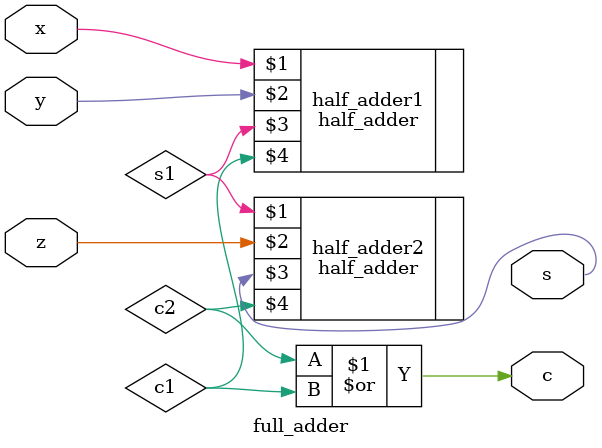
<source format=v>
module full_adder (input x, y, z, output s, c);
  wire s1, c1;
  half_adder half_adder1(x, y, s1, c1);
  wire c2;
  half_adder half_adder2(s1, z, s, c2);
  assign c = c2 | c1 ;
endmodule

</source>
